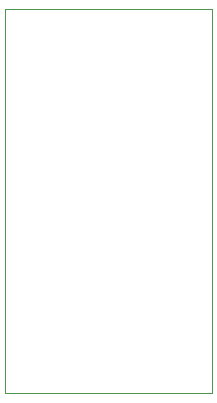
<source format=gm1>
G04 #@! TF.GenerationSoftware,KiCad,Pcbnew,(5.1.5-0-10_14)*
G04 #@! TF.CreationDate,2020-04-13T12:38:15+03:00*
G04 #@! TF.ProjectId,npa700-breakout-b1,6e706137-3030-42d6-9272-65616b6f7574,rev?*
G04 #@! TF.SameCoordinates,Original*
G04 #@! TF.FileFunction,Profile,NP*
%FSLAX46Y46*%
G04 Gerber Fmt 4.6, Leading zero omitted, Abs format (unit mm)*
G04 Created by KiCad (PCBNEW (5.1.5-0-10_14)) date 2020-04-13 12:38:15*
%MOMM*%
%LPD*%
G04 APERTURE LIST*
%ADD10C,0.010000*%
G04 APERTURE END LIST*
D10*
X83250001Y-111000000D02*
X83250000Y-78490000D01*
X100750000Y-78490000D02*
X100749999Y-111000000D01*
X100750000Y-78490000D02*
X83250000Y-78490000D01*
X100749999Y-111000000D02*
X83250001Y-111000000D01*
M02*

</source>
